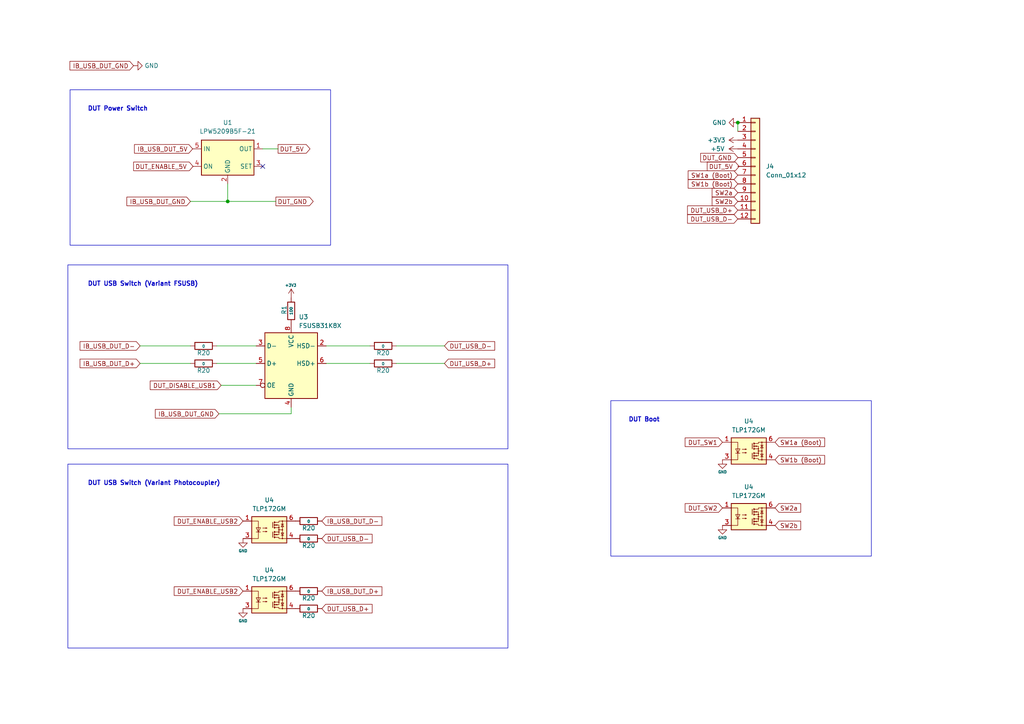
<source format=kicad_sch>
(kicad_sch (version 20230121) (generator eeschema)
  (paper "A4")
  (lib_symbols
    (symbol "00_project_library:FSUSB31K8X"
      (property "Reference" "U" (at -6.35 11.43 0))
      (property "Value" "FSUSB31K8X" (at 7.62 11.43 0))
      (symbol "FSUSB31K8X_0_1"
        (rectangle (start -7.62 10.16) (end 7.62 -8.89) (stroke (width 0.254)) (fill (type background)))
      )
      (symbol "FSUSB31K8X_1_1"
        (pin free line (at 10.16 -5.08 180) (length 2.54) hide (name "NC") (number "1"))
        (pin bidirectional line (at 10.16 6.35 180) (length 2.54) (name "HSD-") (number "2"))
        (pin bidirectional line (at -10.16 6.35 0) (length 2.54) (name "D-") (number "3"))
        (pin power_in line (at 0 -11.43 90) (length 2.54) (name "GND") (number "4"))
        (pin bidirectional line (at -10.16 1.27 0) (length 2.54) (name "D+") (number "5"))
        (pin bidirectional line (at 10.16 1.27 180) (length 2.54) (name "HSD+") (number "6"))
        (pin input inverted (at -10.16 -5.08 0) (length 2.54) (name "OE") (number "7"))
        (pin power_in line (at 0 12.7 270) (length 2.54) (name "VCC") (number "8"))
      )
    )
    (symbol "00_project_library:TLP172GM"
      (property "Reference" "U" (at -5.08 4.953 0))
      (property "Value" "TLP172GM" (at -5.08 -5.08 0))
      (symbol "TLP172GM_0_1"
        (rectangle (start -5.08 3.81) (end 5.08 -3.81) (stroke (width 0.254)) (fill (type background)))
        (polyline (pts (xy -3.81 -0.635) (xy -2.54 -0.635)))
        (polyline (pts (xy 1.016 -0.635) (xy 1.016 -2.159)) (stroke (width 0.2032)))
        (polyline (pts (xy 1.016 2.159) (xy 1.016 0.635)) (stroke (width 0.2032)))
        (polyline (pts (xy 1.524 -0.508) (xy 1.524 -0.762)) (stroke (width 0.3556)))
        (polyline (pts (xy 2.794 0) (xy 3.81 0)))
        (polyline (pts (xy 3.429 -1.651) (xy 4.191 -1.651)))
        (polyline (pts (xy 3.429 1.651) (xy 4.191 1.651)))
        (polyline (pts (xy 3.81 -2.54) (xy 3.81 2.54)))
        (polyline (pts (xy 1.524 -2.032) (xy 1.524 -2.286) (xy 1.524 -2.286)) (stroke (width 0.3556)))
        (polyline (pts (xy 1.524 -1.27) (xy 1.524 -1.524) (xy 1.524 -1.524)) (stroke (width 0.3556)))
        (polyline (pts (xy 1.524 0.762) (xy 1.524 0.508) (xy 1.524 0.508)) (stroke (width 0.3556)))
        (polyline (pts (xy 1.524 1.524) (xy 1.524 1.27) (xy 1.524 1.27)) (stroke (width 0.3556)))
        (polyline (pts (xy 1.524 2.286) (xy 1.524 2.032) (xy 1.524 2.032)) (stroke (width 0.3556)))
        (polyline (pts (xy 1.651 -1.397) (xy 2.794 -1.397) (xy 2.794 -0.635)))
        (polyline (pts (xy 1.651 1.397) (xy 2.794 1.397) (xy 2.794 0.635)))
        (polyline (pts (xy -5.08 2.54) (xy -3.175 2.54) (xy -3.175 -2.54) (xy -5.08 -2.54)))
        (polyline (pts (xy -3.175 -0.635) (xy -3.81 0.635) (xy -2.54 0.635) (xy -3.175 -0.635)))
        (polyline (pts (xy 1.651 -2.159) (xy 2.794 -2.159) (xy 2.794 -2.54) (xy 5.08 -2.54)))
        (polyline (pts (xy 1.651 -0.635) (xy 2.794 -0.635) (xy 2.794 0.635) (xy 1.651 0.635)))
        (polyline (pts (xy 1.651 2.159) (xy 2.794 2.159) (xy 2.794 2.54) (xy 5.08 2.54)))
        (polyline (pts (xy 1.778 -1.397) (xy 2.286 -1.27) (xy 2.286 -1.524) (xy 1.778 -1.397)))
        (polyline (pts (xy 1.778 1.397) (xy 2.286 1.524) (xy 2.286 1.27) (xy 1.778 1.397)))
        (polyline (pts (xy 3.81 -1.651) (xy 3.429 -0.889) (xy 4.191 -0.889) (xy 3.81 -1.651)))
        (polyline (pts (xy 3.81 1.651) (xy 3.429 0.889) (xy 4.191 0.889) (xy 3.81 1.651)))
        (polyline (pts (xy -1.905 -0.508) (xy -0.635 -0.508) (xy -1.016 -0.635) (xy -1.016 -0.381) (xy -0.635 -0.508)))
        (polyline (pts (xy -1.905 0.508) (xy -0.635 0.508) (xy -1.016 0.381) (xy -1.016 0.635) (xy -0.635 0.508)))
        (circle (center 2.794 -0.635) (radius 0.127))
        (circle (center 2.794 0) (radius 0.127))
        (circle (center 2.794 0.635) (radius 0.127))
        (circle (center 3.81 -2.54) (radius 0.127))
        (circle (center 3.81 0) (radius 0.127))
        (circle (center 3.81 2.54) (radius 0.127))
      )
      (symbol "TLP172GM_1_1"
        (pin passive line (at -7.62 2.54 0) (length 2.54) (name "~") (number "1"))
        (pin passive line (at -7.62 -2.54 0) (length 2.54) (name "~") (number "3"))
        (pin passive line (at 7.62 -2.54 180) (length 2.54) (name "~") (number "4"))
        (pin passive line (at 7.62 2.54 180) (length 2.54) (name "~") (number "6"))
      )
    )
    (symbol "Connector_Generic:Conn_01x12" (pin_names (offset 1.016) hide)
      (property "Reference" "J" (at 0 15.24 0))
      (property "Value" "Conn_01x12" (at 0 -17.78 0))
      (symbol "Conn_01x12_1_1"
        (rectangle (start -1.27 -15.113) (end 0 -15.367) (stroke (width 0.1524)))
        (rectangle (start -1.27 -12.573) (end 0 -12.827) (stroke (width 0.1524)))
        (rectangle (start -1.27 -10.033) (end 0 -10.287) (stroke (width 0.1524)))
        (rectangle (start -1.27 -7.493) (end 0 -7.747) (stroke (width 0.1524)))
        (rectangle (start -1.27 -4.953) (end 0 -5.207) (stroke (width 0.1524)))
        (rectangle (start -1.27 -2.413) (end 0 -2.667) (stroke (width 0.1524)))
        (rectangle (start -1.27 0.127) (end 0 -0.127) (stroke (width 0.1524)))
        (rectangle (start -1.27 2.667) (end 0 2.413) (stroke (width 0.1524)))
        (rectangle (start -1.27 5.207) (end 0 4.953) (stroke (width 0.1524)))
        (rectangle (start -1.27 7.747) (end 0 7.493) (stroke (width 0.1524)))
        (rectangle (start -1.27 10.287) (end 0 10.033) (stroke (width 0.1524)))
        (rectangle (start -1.27 12.827) (end 0 12.573) (stroke (width 0.1524)))
        (rectangle (start -1.27 13.97) (end 1.27 -16.51) (stroke (width 0.254)) (fill (type background)))
        (pin passive line (at -5.08 12.7 0) (length 3.81) (name "Pin_1") (number "1"))
        (pin passive line (at -5.08 -10.16 0) (length 3.81) (name "Pin_10") (number "10"))
        (pin passive line (at -5.08 -12.7 0) (length 3.81) (name "Pin_11") (number "11"))
        (pin passive line (at -5.08 -15.24 0) (length 3.81) (name "Pin_12") (number "12"))
        (pin passive line (at -5.08 10.16 0) (length 3.81) (name "Pin_2") (number "2"))
        (pin passive line (at -5.08 7.62 0) (length 3.81) (name "Pin_3") (number "3"))
        (pin passive line (at -5.08 5.08 0) (length 3.81) (name "Pin_4") (number "4"))
        (pin passive line (at -5.08 2.54 0) (length 3.81) (name "Pin_5") (number "5"))
        (pin passive line (at -5.08 0 0) (length 3.81) (name "Pin_6") (number "6"))
        (pin passive line (at -5.08 -2.54 0) (length 3.81) (name "Pin_7") (number "7"))
        (pin passive line (at -5.08 -5.08 0) (length 3.81) (name "Pin_8") (number "8"))
        (pin passive line (at -5.08 -7.62 0) (length 3.81) (name "Pin_9") (number "9"))
      )
    )
    (symbol "Device:R" (pin_numbers hide) (pin_names (offset 0))
      (property "Reference" "R" (at 2.032 0 90))
      (property "Value" "R" (at 0 0 90))
      (symbol "R_0_1"
        (rectangle (start -1.016 -2.54) (end 1.016 2.54) (stroke (width 0.254)))
      )
      (symbol "R_1_1"
        (pin passive line (at 0 3.81 270) (length 1.27) (name "~") (number "1"))
        (pin passive line (at 0 -3.81 90) (length 1.27) (name "~") (number "2"))
      )
    )
    (symbol "Power_Management:AAT4610BIGV-1-T1"
      (property "Reference" "U" (at -6.35 -6.35 0))
      (property "Value" "AAT4610BIGV-1-T1" (at 0 6.35 0))
      (symbol "AAT4610BIGV-1-T1_0_1"
        (rectangle (start -7.62 5.08) (end 7.62 -5.08) (stroke (width 0.254)) (fill (type background)))
      )
      (symbol "AAT4610BIGV-1-T1_1_1"
        (pin power_out line (at 10.16 2.54 180) (length 2.54) (name "OUT") (number "1"))
        (pin power_in line (at 0 -7.62 90) (length 2.54) (name "GND") (number "2"))
        (pin passive line (at 10.16 -2.54 180) (length 2.54) (name "SET") (number "3"))
        (pin input line (at -10.16 -2.54 0) (length 2.54) (name "ON") (number "4"))
        (pin power_in line (at -10.16 2.54 0) (length 2.54) (name "IN") (number "5"))
      )
    )
    (symbol "power:+3V3" (power) (pin_names (offset 0))
      (property "Value" "+3V3" (at 0 3.556 0))
      (symbol "+3V3_0_1"
        (polyline (pts (xy -0.762 1.27) (xy 0 2.54)))
        (polyline (pts (xy 0 0) (xy 0 2.54)))
        (polyline (pts (xy 0 2.54) (xy 0.762 1.27)))
      )
      (symbol "+3V3_1_1"
        (pin power_in line (at 0 0 90) (length 0) hide (name "+3V3") (number "1"))
      )
    )
    (symbol "power:+5V" (power) (pin_names (offset 0))
      (property "Value" "+5V" (at 0 3.556 0))
      (symbol "+5V_0_1"
        (polyline (pts (xy -0.762 1.27) (xy 0 2.54)))
        (polyline (pts (xy 0 0) (xy 0 2.54)))
        (polyline (pts (xy 0 2.54) (xy 0.762 1.27)))
      )
      (symbol "+5V_1_1"
        (pin power_in line (at 0 0 90) (length 0) hide (name "+5V") (number "1"))
      )
    )
    (symbol "power:GND" (power) (pin_names (offset 0))
      (property "Value" "GND" (at 0 -3.81 0))
      (symbol "GND_0_1"
        (polyline (pts (xy 0 0) (xy 0 -1.27) (xy 1.27 -1.27) (xy 0 -2.54) (xy -1.27 -1.27) (xy 0 -1.27)))
      )
      (symbol "GND_1_1"
        (pin power_in line (at 0 0 270) (length 0) hide (name "GND") (number "1"))
      )
    )
  )
  (junction (at 66.04 58.42))
  (junction (at 213.995 35.56))
  (no_connect (at 76.2 48.26))
  (wire (pts (xy 80.645 43.18) (xy 76.2 43.18)))
  (wire (pts (xy 62.865 105.41) (xy 74.295 105.41)))
  (wire (pts (xy 55.245 100.33) (xy 40.64 100.33)))
  (wire (pts (xy 55.245 105.41) (xy 40.64 105.41)))
  (wire (pts (xy 128.905 105.41) (xy 114.935 105.41)))
  (wire (pts (xy 107.315 100.33) (xy 94.615 100.33)))
  (wire (pts (xy 64.135 111.76) (xy 74.295 111.76)))
  (wire (pts (xy 84.455 120.015) (xy 84.455 118.11)))
  (wire (pts (xy 128.905 100.33) (xy 114.935 100.33)))
  (wire (pts (xy 107.315 105.41) (xy 94.615 105.41)))
  (wire (pts (xy 66.04 53.34) (xy 66.04 58.42)))
  (wire (pts (xy 213.995 35.56) (xy 213.995 38.1)))
  (wire (pts (xy 66.04 58.42) (xy 80.01 58.42)))
  (wire (pts (xy 63.5 120.015) (xy 84.455 120.015)))
  (wire (pts (xy 62.865 100.33) (xy 74.295 100.33)))
  (wire (pts (xy 55.245 58.42) (xy 66.04 58.42)))
  (rectangle (start 19.685 76.835) (end 147.32 130.175))
  (rectangle (start 177.165 116.205) (end 252.73 161.29))
  (rectangle (start 20.32 26.035) (end 95.885 71.12))
  (rectangle (start 19.685 134.62) (end 147.32 187.96))
  (text "DUT USB Switch (Variant Photocoupler)" (at 25.4 140.97 0) (effects (font (size 1.27 1.27) (thickness 0.254) bold) (justify left bottom)))
  (text "DUT Power Switch" (at 25.4 32.385 0) (effects (font (size 1.27 1.27) (thickness 0.254) bold) (justify left bottom)))
  (text "DUT USB Switch (Variant FSUSB)" (at 25.4 83.185 0) (effects (font (size 1.27 1.27) (thickness 0.254) bold) (justify left bottom)))
  (text "DUT Boot" (at 182.245 122.555 0) (effects (font (size 1.27 1.27) (thickness 0.254) bold) (justify left bottom)))
  (global_label "IB_USB_DUT_GND" (shape input) (at 63.5 120.015 180) (property "Intersheetrefs" "${INTERSHEET_REFS}" (effects hide)))
  (global_label "SW1b (Boot)" (shape input) (at 224.79 133.35 0) (property "Intersheetrefs" "${INTERSHEET_REFS}" (effects hide)))
  (global_label "DUT_SW2" (shape input) (at 209.55 147.32 180) (property "Intersheetrefs" "${INTERSHEET_REFS}" (effects hide)))
  (global_label "DUT_ENABLE_USB2" (shape input) (at 70.485 171.45 180) (property "Intersheetrefs" "${INTERSHEET_REFS}" (effects hide)))
  (global_label "DUT_5V" (shape output) (at 205.105 48.26 0) (property "Intersheetrefs" "${INTERSHEET_REFS}" (effects hide)))
  (global_label "IB_USB_DUT_D-" (shape input) (at 93.345 151.13 0) (property "Intersheetrefs" "${INTERSHEET_REFS}" (effects hide)))
  (global_label "IB_USB_DUT_D-" (shape input) (at 40.64 100.33 180) (property "Intersheetrefs" "${INTERSHEET_REFS}" (effects hide)))
  (global_label "IB_USB_DUT_GND" (shape input) (at 55.245 58.42 180) (property "Intersheetrefs" "${INTERSHEET_REFS}" (effects hide)))
  (global_label "IB_USB_DUT_5V" (shape input) (at 55.88 43.18 180) (property "Intersheetrefs" "${INTERSHEET_REFS}" (effects hide)))
  (global_label "DUT_DISABLE_USB1" (shape input) (at 64.135 111.76 180) (property "Intersheetrefs" "${INTERSHEET_REFS}" (effects hide)))
  (global_label "DUT_USB_D+" (shape input) (at 213.995 60.96 180) (property "Intersheetrefs" "${INTERSHEET_REFS}" (effects hide)))
  (global_label "DUT_GND" (shape output) (at 80.01 58.42 0) (property "Intersheetrefs" "${INTERSHEET_REFS}" (effects hide)))
  (global_label "DUT_SW1" (shape input) (at 209.55 128.27 180) (property "Intersheetrefs" "${INTERSHEET_REFS}" (effects hide)))
  (global_label "DUT_USB_D-" (shape input) (at 128.905 100.33 0) (property "Intersheetrefs" "${INTERSHEET_REFS}" (effects hide)))
  (global_label "SW2a" (shape input) (at 213.995 55.88 180) (property "Intersheetrefs" "${INTERSHEET_REFS}" (effects hide)))
  (global_label "DUT_5V" (shape output) (at 80.645 43.18 0) (property "Intersheetrefs" "${INTERSHEET_REFS}" (effects hide)))
  (global_label "SW1a (Boot)" (shape input) (at 224.79 128.27 0) (property "Intersheetrefs" "${INTERSHEET_REFS}" (effects hide)))
  (global_label "DUT_USB_D+" (shape input) (at 93.345 176.53 0) (property "Intersheetrefs" "${INTERSHEET_REFS}" (effects hide)))
  (global_label "DUT_USB_D-" (shape input) (at 213.995 63.5 180) (property "Intersheetrefs" "${INTERSHEET_REFS}" (effects hide)))
  (global_label "SW1b (Boot)" (shape input) (at 213.995 53.34 180) (property "Intersheetrefs" "${INTERSHEET_REFS}" (effects hide)))
  (global_label "DUT_GND" (shape output) (at 203.2 45.72 0) (property "Intersheetrefs" "${INTERSHEET_REFS}" (effects hide)))
  (global_label "DUT_ENABLE_5V" (shape output) (at 38.735 48.26 0) (property "Intersheetrefs" "${INTERSHEET_REFS}" (effects hide)))
  (global_label "SW2b" (shape input) (at 213.995 58.42 180) (property "Intersheetrefs" "${INTERSHEET_REFS}" (effects hide)))
  (global_label "DUT_USB_D+" (shape input) (at 128.905 105.41 0) (property "Intersheetrefs" "${INTERSHEET_REFS}" (effects hide)))
  (global_label "DUT_ENABLE_USB2" (shape input) (at 70.485 151.13 180) (property "Intersheetrefs" "${INTERSHEET_REFS}" (effects hide)))
  (global_label "IB_USB_DUT_D+" (shape input) (at 40.64 105.41 180) (property "Intersheetrefs" "${INTERSHEET_REFS}" (effects hide)))
  (global_label "SW2b" (shape input) (at 224.79 152.4 0) (property "Intersheetrefs" "${INTERSHEET_REFS}" (effects hide)))
  (global_label "IB_USB_DUT_GND" (shape input) (at 38.735 19.05 180) (property "Intersheetrefs" "${INTERSHEET_REFS}" (effects hide)))
  (global_label "SW2a" (shape input) (at 224.79 147.32 0) (property "Intersheetrefs" "${INTERSHEET_REFS}" (effects hide)))
  (global_label "IB_USB_DUT_D+" (shape input) (at 93.345 171.45 0) (property "Intersheetrefs" "${INTERSHEET_REFS}" (effects hide)))
  (global_label "DUT_USB_D-" (shape input) (at 93.345 156.21 0) (property "Intersheetrefs" "${INTERSHEET_REFS}" (effects hide)))
  (global_label "SW1a (Boot)" (shape input) (at 213.995 50.8 180) (property "Intersheetrefs" "${INTERSHEET_REFS}" (effects hide)))
  (symbol (lib_id "power:GND") (at 70.485 176.53 0) (unit 1)
    (property "Reference" "#PWR05" (effects hide))
    (property "Value" "GND" (at 70.485 180.086 0) (effects (font (size 0.8 0.8))))
    (instances (project "pcb_kicad" (path "" (reference "#PWR05") (unit 1)) (path "" (reference "#PWR0905") (unit 1)) (path "" (reference "#PWR08") (unit 1))))
  )
  (symbol (lib_id "Device:R") (at 111.125 105.41 270) (unit 1)
    (property "Reference" "R20" (at 111.125 107.442 90))
    (property "Value" "0" (at 111.125 105.5116 90) (effects (font (size 0.8 0.8))))
    (property "Footprint" "Resistor_SMD:R_0402_1005Metric_Pad0.72x0.64mm_HandSolder" (effects hide))
    (instances (project "pcb_kicad" (path "" (reference "R20") (unit 1)) (path "" (reference "R905") (unit 1)) (path "" (reference "R8") (unit 1))))
  )
  (symbol (lib_id "00_project_library:TLP172GM") (at 217.17 149.86 0) (unit 1)
    (property "Reference" "U4" (at 217.17 141.224 0))
    (property "Value" "TLP172GM" (at 217.17 143.764 0))
    (property "Footprint" "Package_SO:MFSOP6-4_4.4x3.6mm_P1.27mm" (effects hide))
    (property "Datasheet" "https://toshiba.semicon-storage.com/info/TLP172GM_datasheet_en_20230525.pdf?did=36716&prodName=TLP172GM" (effects hide))
    (property "JLC" "C261926" (effects hide))
    (instances (project "pcb_kicad" (path "" (reference "U4") (unit 1)) (path "" (reference "U8") (unit 1))) (project "micropython_testenvironment" (path "" (reference "U2") (unit 1))))
  )
  (symbol (lib_id "power:GND") (at 70.485 156.21 0) (unit 1)
    (property "Reference" "#PWR05" (effects hide))
    (property "Value" "GND" (at 70.485 159.766 0) (effects (font (size 0.8 0.8))))
    (instances (project "pcb_kicad" (path "" (reference "#PWR05") (unit 1)) (path "" (reference "#PWR0905") (unit 1)) (path "" (reference "#PWR02") (unit 1))))
  )
  (symbol (lib_id "Device:R") (at 89.535 156.21 270) (unit 1)
    (property "Reference" "R20" (at 89.535 158.242 90))
    (property "Value" "0" (at 89.535 156.3116 90) (effects (font (size 0.8 0.8))))
    (property "Footprint" "Resistor_SMD:R_0402_1005Metric_Pad0.72x0.64mm_HandSolder" (effects hide))
    (instances (project "pcb_kicad" (path "" (reference "R20") (unit 1)) (path "" (reference "R905") (unit 1)) (path "" (reference "R10") (unit 1))))
  )
  (symbol (lib_id "00_project_library:TLP172GM") (at 217.17 130.81 0) (unit 1)
    (property "Reference" "U4" (at 217.17 122.174 0))
    (property "Value" "TLP172GM" (at 217.17 124.714 0))
    (property "Footprint" "Package_SO:MFSOP6-4_4.4x3.6mm_P1.27mm" (effects hide))
    (property "Datasheet" "https://toshiba.semicon-storage.com/info/TLP172GM_datasheet_en_20230525.pdf?did=36716&prodName=TLP172GM" (effects hide))
    (property "JLC" "C261926" (effects hide))
    (instances (project "pcb_kicad" (path "" (reference "U4") (unit 1)) (path "" (reference "U7") (unit 1))) (project "micropython_testenvironment" (path "" (reference "U2") (unit 1))))
  )
  (symbol (lib_id "power:GND") (at 213.995 35.56 270) (unit 1)
    (property "Reference" "#PWR03" (effects hide))
    (property "Value" "GND" (at 210.693 35.56 90) (effects (justify right)))
    (instances (project "pcb_kicad" (path "" (reference "#PWR03") (unit 1)) (path "" (reference "#PWR03") (unit 1))) (project "micropython_testenvironment" (path "" (reference "#PWR06") (unit 1))))
  )
  (symbol (lib_id "Device:R") (at 89.535 176.53 270) (unit 1)
    (property "Reference" "R20" (at 89.535 178.562 90))
    (property "Value" "0" (at 89.535 176.6316 90) (effects (font (size 0.8 0.8))))
    (property "Footprint" "Resistor_SMD:R_0402_1005Metric_Pad0.72x0.64mm_HandSolder" (effects hide))
    (instances (project "pcb_kicad" (path "" (reference "R20") (unit 1)) (path "" (reference "R905") (unit 1)) (path "" (reference "R12") (unit 1))))
  )
  (symbol (lib_id "Power_Management:AAT4610BIGV-1-T1") (at 66.04 45.72 0) (unit 1)
    (property "Reference" "U1" (at 66.04 35.5516 0))
    (property "Value" "LPW5209B5F-21" (at 66.04 38.0916 0))
    (property "Footprint" "Package_TO_SOT_SMD:SOT-23-5" (effects hide))
    (property "Datasheet" "https://datasheet.lcsc.com/lcsc/2004271836_LOWPOWER-LPW5209B5F-21_C517266.pdf" (effects hide))
    (property "JLC" "C517266" (effects hide))
  )
  (symbol (lib_id "power:+3V3") (at 213.995 40.64 90) (unit 1)
    (property "Reference" "#PWR05" (effects hide))
    (property "Value" "+3V3" (at 210.439 40.64 90) (effects (justify left)))
    (instances (project "pcb_kicad" (path "" (reference "#PWR05") (unit 1)) (path "" (reference "#PWR05") (unit 1))) (project "micropython_testenvironment" (path "" (reference "#PWR04") (unit 1))))
  )
  (symbol (lib_id "power:+5V") (at 213.995 43.18 90) (unit 1)
    (property "Reference" "#PWR06" (effects hide))
    (property "Value" "+5V" (at 210.185 43.18 90) (effects (justify left)))
    (instances (project "pcb_kicad" (path "" (reference "#PWR06") (unit 1)) (path "" (reference "#PWR06") (unit 1))) (project "micropython_testenvironment" (path "" (reference "#PWR05") (unit 1))))
  )
  (symbol (lib_id "Device:R") (at 89.535 151.13 270) (unit 1)
    (property "Reference" "R20" (at 89.535 153.162 90))
    (property "Value" "0" (at 89.535 151.2316 90) (effects (font (size 0.8 0.8))))
    (property "Footprint" "Resistor_SMD:R_0402_1005Metric_Pad0.72x0.64mm_HandSolder" (effects hide))
    (instances (project "pcb_kicad" (path "" (reference "R20") (unit 1)) (path "" (reference "R905") (unit 1)) (path "" (reference "R9") (unit 1))))
  )
  (symbol (lib_id "power:GND") (at 209.55 133.35 0) (unit 1)
    (property "Reference" "#PWR05" (effects hide))
    (property "Value" "GND" (at 209.55 136.906 0) (effects (font (size 0.8 0.8))))
    (instances (project "pcb_kicad" (path "" (reference "#PWR05") (unit 1)) (path "" (reference "#PWR0905") (unit 1)) (path "" (reference "#PWR09") (unit 1))))
  )
  (symbol (lib_id "Device:R") (at 59.055 105.41 270) (unit 1)
    (property "Reference" "R20" (at 59.055 107.442 90))
    (property "Value" "0" (at 59.055 105.5116 90) (effects (font (size 0.8 0.8))))
    (property "Footprint" "Resistor_SMD:R_0402_1005Metric_Pad0.72x0.64mm_HandSolder" (effects hide))
    (instances (project "pcb_kicad" (path "" (reference "R20") (unit 1)) (path "" (reference "R905") (unit 1)) (path "" (reference "R6") (unit 1))))
  )
  (symbol (lib_id "00_project_library:TLP172GM") (at 78.105 173.99 0) (unit 1)
    (property "Reference" "U4" (at 78.105 165.354 0))
    (property "Value" "TLP172GM" (at 78.105 167.894 0))
    (property "Footprint" "Package_SO:MFSOP6-4_4.4x3.6mm_P1.27mm" (effects hide))
    (property "Datasheet" "https://toshiba.semicon-storage.com/info/TLP172GM_datasheet_en_20230525.pdf?did=36716&prodName=TLP172GM" (effects hide))
    (property "JLC" "C261926" (effects hide))
    (instances (project "pcb_kicad" (path "" (reference "U4") (unit 1)) (path "" (reference "U6") (unit 1))) (project "micropython_testenvironment" (path "" (reference "U2") (unit 1))))
  )
  (symbol (lib_id "00_project_library:TLP172GM") (at 78.105 153.67 0) (unit 1)
    (property "Reference" "U4" (at 78.105 145.034 0))
    (property "Value" "TLP172GM" (at 78.105 147.574 0))
    (property "Footprint" "Package_SO:MFSOP6-4_4.4x3.6mm_P1.27mm" (effects hide))
    (property "Datasheet" "https://toshiba.semicon-storage.com/info/TLP172GM_datasheet_en_20230525.pdf?did=36716&prodName=TLP172GM" (effects hide))
    (property "JLC" "C261926" (effects hide))
    (instances (project "pcb_kicad" (path "" (reference "U4") (unit 1)) (path "" (reference "U5") (unit 1))) (project "micropython_testenvironment" (path "" (reference "U2") (unit 1))))
  )
  (symbol (lib_id "power:+3V3") (at 84.455 86.36 0) (unit 1)
    (property "Reference" "#PWR08" (effects hide))
    (property "Value" "+3V3" (at 84.328 82.7278 0) (effects (font (size 0.8 0.8))))
    (instances (project "pcb_kicad" (path "" (reference "#PWR08") (unit 1)) (path "" (reference "#PWR0920") (unit 1)) (path "" (reference "#PWR04") (unit 1))))
  )
  (symbol (lib_id "Device:R") (at 111.125 100.33 270) (unit 1)
    (property "Reference" "R20" (at 111.125 102.362 90))
    (property "Value" "0" (at 111.125 100.4316 90) (effects (font (size 0.8 0.8))))
    (property "Footprint" "Resistor_SMD:R_0402_1005Metric_Pad0.72x0.64mm_HandSolder" (effects hide))
    (instances (project "pcb_kicad" (path "" (reference "R20") (unit 1)) (path "" (reference "R905") (unit 1)) (path "" (reference "R7") (unit 1))))
  )
  (symbol (lib_id "Device:R") (at 89.535 171.45 270) (unit 1)
    (property "Reference" "R20" (at 89.535 173.482 90))
    (property "Value" "0" (at 89.535 171.5516 90) (effects (font (size 0.8 0.8))))
    (property "Footprint" "Resistor_SMD:R_0402_1005Metric_Pad0.72x0.64mm_HandSolder" (effects hide))
    (instances (project "pcb_kicad" (path "" (reference "R20") (unit 1)) (path "" (reference "R905") (unit 1)) (path "" (reference "R11") (unit 1))))
  )
  (symbol (lib_id "power:GND") (at 209.55 152.4 0) (unit 1)
    (property "Reference" "#PWR05" (effects hide))
    (property "Value" "GND" (at 209.55 155.956 0) (effects (font (size 0.8 0.8))))
    (instances (project "pcb_kicad" (path "" (reference "#PWR05") (unit 1)) (path "" (reference "#PWR0905") (unit 1)) (path "" (reference "#PWR010") (unit 1))))
  )
  (symbol (lib_id "Connector_Generic:Conn_01x12") (at 219.075 48.26 0) (unit 1) (in_bom no)
    (property "Reference" "J4" (at 222.123 48.26 0) (effects (justify left)))
    (property "Value" "Conn_01x12" (at 222.123 50.8 0) (effects (justify left)))
    (property "Footprint" "Connector_PinSocket_2.54mm:PinSocket_1x12_P2.54mm_Vertical" (effects hide))
  )
  (symbol (lib_id "Device:R") (at 59.055 100.33 270) (unit 1)
    (property "Reference" "R20" (at 59.055 102.362 90))
    (property "Value" "0" (at 59.055 100.4316 90) (effects (font (size 0.8 0.8))))
    (property "Footprint" "Resistor_SMD:R_0402_1005Metric_Pad0.72x0.64mm_HandSolder" (effects hide))
    (instances (project "pcb_kicad" (path "" (reference "R20") (unit 1)) (path "" (reference "R905") (unit 1)) (path "" (reference "R5") (unit 1))))
  )
  (symbol (lib_id "00_project_library:FSUSB31K8X") (at 84.455 106.68 0) (unit 1)
    (property "Reference" "U3" (at 86.6491 91.931 0) (effects (justify left)))
    (property "Value" "FSUSB31K8X" (at 86.6491 94.471 0) (effects (justify left)))
    (property "Footprint" "Package_SO:VSSOP-8_2.4x2.1mm_P0.5mm" (effects hide))
    (property "Datasheet" "https://datasheet.lcsc.com/lcsc/1809111620_onsemi-FSUSB31K8X_C184088.pdf" (effects hide))
    (property "JLC" "C184088" (effects hide))
    (instances (project "pcb_kicad" (path "" (reference "U3") (unit 1)) (path "" (reference "U2") (unit 1))))
  )
  (symbol (lib_id "power:GND") (at 38.735 19.05 90) (unit 1)
    (property "Reference" "#PWR03" (effects hide))
    (property "Value" "GND" (at 41.91 19.05 90) (effects (justify right)))
    (instances (project "pcb_kicad" (path "" (reference "#PWR03") (unit 1)) (path "" (reference "#PWR01") (unit 1))) (project "micropython_testenvironment" (path "" (reference "#PWR06") (unit 1))))
  )
  (symbol (lib_id "Device:R") (at 84.455 90.17 0) (unit 1)
    (property "Reference" "R1" (at 82.423 89.916 90))
    (property "Value" "100" (at 84.455 90.17 90) (effects (font (size 0.8 0.8))))
    (property "Footprint" "Resistor_SMD:R_0402_1005Metric_Pad0.72x0.64mm_HandSolder" (effects hide))
    (instances (project "pcb_kicad" (path "" (reference "R1") (unit 1)) (path "" (reference "R905") (unit 1)) (path "" (reference "R1") (unit 1))))
  )
)
</source>
